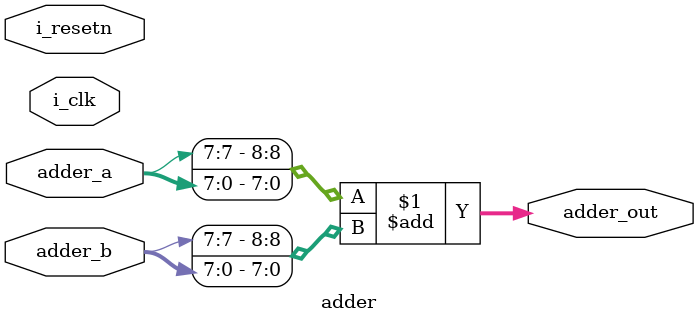
<source format=v>

module adder #(
// tb_rtl과 연결하는 부분의 parameter부분
 parameter A = 8,
 parameter B = 8,
 parameter ADDER_0 = A+1
)
(
	input wire	i_clk	,
	input wire	i_resetn	,
	
	input wire	[A-1:0] adder_a,
	input wire	[B-1:0] adder_b,
	output wire	[ADDER_0-1:0] adder_out
);

// output wire의 adder_out이 계산되는 부분

assign adder_out = $signed(adder_a) + $signed(adder_b); 
// 21ns에서 adder_a=48, adder_b=20값을 받아서 adder_out을 68로 계산해서 내보내고
// 26ns에서 adder_a=-4, adder_b=2값을 받아서 adder_out을 -2로 계산해서 내보냄-스크린샷

endmodule


</source>
